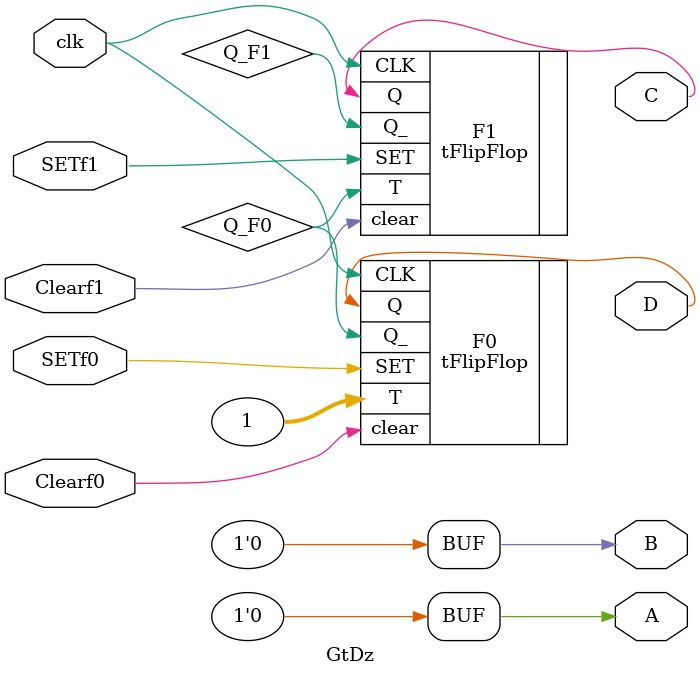
<source format=v>
module GtDz (clk, SETf0, SETf1, Clearf0, Clearf1, A, B, C, D);
	
	// Declaração de entradas e saídas
	input clk, SETf0, SETf1, Clearf0, Clearf1;
	output A, B, C, D;
	
	// Declaração de fio intermediários
	wire Q_F0, Q_F1, Q_F2;
	
	not (A, 1);
	not (B, 1);
	
	// Lógica do contador da Dezenas de segundos
	
	tFlipFlop F0(

	.T(1),
	.clear(Clearf0),
	.CLK(clk),
	.Q(D),
	.Q_(Q_F0),
	.SET(SETf0),

	);
	
	tFlipFlop F1(

	.T(Q_F0),
	.clear(Clearf1),
	.CLK(clk),
	.Q(C),
	.Q_(Q_F1),
	.SET(SETf1),

	);
	
endmodule

</source>
